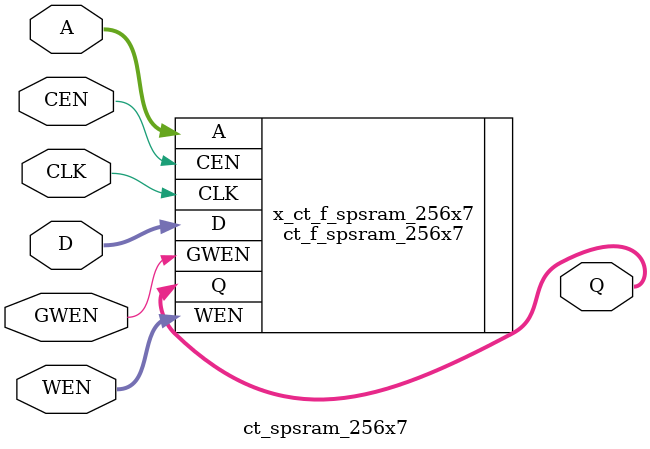
<source format=v>

/*Copyright 2019-2021 T-Head Semiconductor Co., Ltd.

Licensed under the Apache License, Version 2.0 (the "License");
you may not use this file except in compliance with the License.
You may obtain a copy of the License at

    http://www.apache.org/licenses/LICENSE-2.0

Unless required by applicable law or agreed to in writing, software
distributed under the License is distributed on an "AS IS" BASIS,
WITHOUT WARRANTIES OR CONDITIONS OF ANY KIND, either express or implied.
See the License for the specific language governing permissions and
limitations under the License.
*/

// &ModuleBeg; @22
module ct_spsram_256x7(
  A,
  CEN,
  CLK,
  D,
  GWEN,
  Q,
  WEN
);

// &Ports; @23
input   [7:0]  A;   
input          CEN; 
input          CLK; 
input   [6:0]  D;   
input          GWEN; 
input   [6:0]  WEN; 
output  [6:0]  Q;   

// &Regs; @24

// &Wires; @25
wire    [7:0]  A;   
wire           CEN; 
wire           CLK; 
wire    [6:0]  D;   
wire           GWEN; 
wire    [6:0]  Q;   
wire    [6:0]  WEN; 


//**********************************************************
//                  Parameter Definition
//**********************************************************
parameter ADDR_WIDTH = 8;
parameter DATA_WIDTH = 7;
parameter WE_WIDTH   = 7;

// &Force("bus","Q",DATA_WIDTH-1,0); @34
// &Force("bus","WEN",WE_WIDTH-1,0); @35
// &Force("bus","A",ADDR_WIDTH-1,0); @36
// &Force("bus","D",DATA_WIDTH-1,0); @37

  //********************************************************
  //*                        FPGA memory                   *
  //********************************************************
  //{WEN[6],WEN[5],WEN[4],WEN[3],WEN[2],WEN[1],WEN[0]}
//   &Instance("ct_f_spsram_256x7"); @44
ct_f_spsram_256x7  x_ct_f_spsram_256x7 (
  .A    (A   ),
  .CEN  (CEN ),
  .CLK  (CLK ),
  .D    (D   ),
  .GWEN (GWEN),
  .Q    (Q   ),
  .WEN  (WEN )
);

//   &Instance("ct_tsmc_spsram_256x7"); @50

// &ModuleEnd; @66
endmodule



</source>
